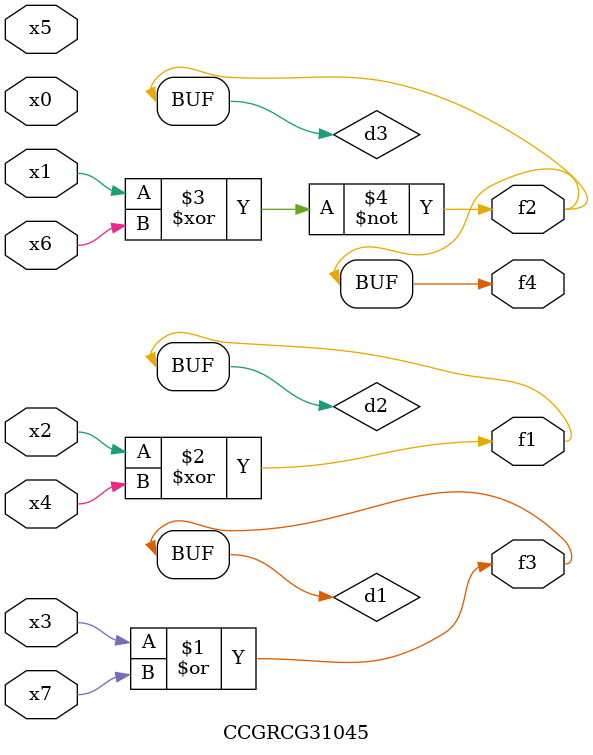
<source format=v>
module CCGRCG31045(
	input x0, x1, x2, x3, x4, x5, x6, x7,
	output f1, f2, f3, f4
);

	wire d1, d2, d3;

	or (d1, x3, x7);
	xor (d2, x2, x4);
	xnor (d3, x1, x6);
	assign f1 = d2;
	assign f2 = d3;
	assign f3 = d1;
	assign f4 = d3;
endmodule

</source>
